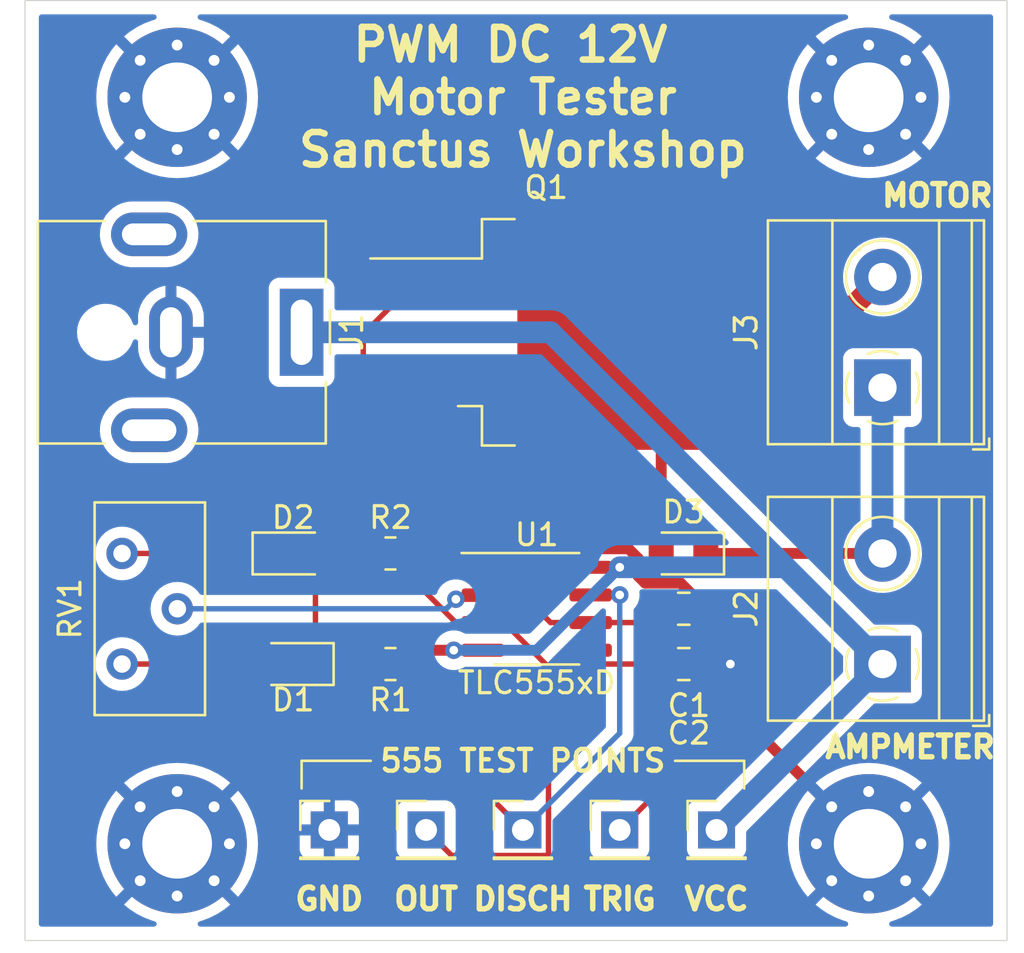
<source format=kicad_pcb>
(kicad_pcb (version 20211014) (generator pcbnew)
  (layers (0 "F.Cu" signal) (31 "B.Cu" signal) (34 "B.Paste" user) (35 "F.Paste" user) (36 "B.SilkS" user "B.Silkscreen") (37 "F.SilkS" user "F.Silkscreen") (38 "B.Mask" user) (39 "F.Mask" user) (44 "Edge.Cuts" user))
  (net 0 "")
  (net 1 "GND")
  (net 2 "/555_TRIGGER")
  (net 3 "Net-(C2-Pad1)")
  (net 4 "/555_DIS")
  (net 5 "Net-(D1-Pad2)")
  (net 6 "Net-(D2-Pad1)")
  (net 7 "Net-(D3-Pad1)")
  (net 8 "Net-(D3-Pad2)")
  (net 9 "VCC")
  (net 10 "Net-(Q1-Pad1)")
  (net 11 "/555_OUTPUT")
  (footprint "Capacitor_SMD:C_0805_2012Metric_Pad1.18x1.45mm_HandSolder" (layer "F.Cu") (at 147.0875 100.33)
    (fp_text reference "C1" (at 0.2325 4.445) (layer "F.SilkS"))
    (fp_text value "C")
    (fp_line (start -0.261252 -0.735) (end 0.261252 -0.735) (layer "F.SilkS") (width 0.12))
    (fp_line (start -0.261252 0.735) (end 0.261252 0.735) (layer "F.SilkS") (width 0.12))
    (pad "1" smd roundrect locked (at -1.0375 0) (size 1.175 1.45) (layers "F.Cu" "F.Paste" "F.Mask") (roundrect_rratio 0.212766) (net 2 "/555_TRIGGER"))
    (pad "2" smd roundrect locked (at 1.0375 0) (size 1.175 1.45) (layers "F.Cu" "F.Paste" "F.Mask") (roundrect_rratio 0.212766) (net 1 "GND"))
  )
  (footprint "Capacitor_SMD:C_0805_2012Metric_Pad1.18x1.45mm_HandSolder" (layer "F.Cu") (at 147.0875 102.87)
    (fp_text reference "C2" (at 0.2325 3.175) (layer "F.SilkS"))
    (fp_text value "C")
    (fp_line (start -0.261252 -0.735) (end 0.261252 -0.735) (layer "F.SilkS") (width 0.12))
    (fp_line (start -0.261252 0.735) (end 0.261252 0.735) (layer "F.SilkS") (width 0.12))
    (pad "1" smd roundrect locked (at -1.0375 0) (size 1.175 1.45) (layers "F.Cu" "F.Paste" "F.Mask") (roundrect_rratio 0.212766) (net 3 "Net-(C2-Pad1)"))
    (pad "2" smd roundrect locked (at 1.0375 0) (size 1.175 1.45) (layers "F.Cu" "F.Paste" "F.Mask") (roundrect_rratio 0.212766) (net 1 "GND"))
  )
  (footprint "Diode_SMD:D_0805_2012Metric_Pad1.15x1.40mm_HandSolder" (layer "F.Cu") (at 129.15 102.87 180)
    (fp_text reference "D1" (at 0 -1.65) (layer "F.SilkS"))
    (fp_text value "D")
    (fp_line (start -1.86 -0.96) (end -1.86 0.96) (layer "F.SilkS") (width 0.12))
    (fp_line (start 1 -0.96) (end -1.86 -0.96) (layer "F.SilkS") (width 0.12))
    (fp_line (start -1.86 0.96) (end 1 0.96) (layer "F.SilkS") (width 0.12))
    (pad "1" smd roundrect locked (at -1.025 0 180) (size 1.15 1.4) (layers "F.Cu" "F.Paste" "F.Mask") (roundrect_rratio 0.217391) (net 4 "/555_DIS"))
    (pad "2" smd roundrect locked (at 1.025 0 180) (size 1.15 1.4) (layers "F.Cu" "F.Paste" "F.Mask") (roundrect_rratio 0.217391) (net 5 "Net-(D1-Pad2)"))
  )
  (footprint "MountingHole:MountingHole_3.2mm_M3_Pad_Via" (layer "F.Cu") (at 123.825 111.125)
    (fp_text reference "H1" hide)
    (fp_text value "MountingHole_Pad")
    (pad "1" thru_hole circle locked (at 0 2.4) (size 0.8 0.8) (drill 0.5) (layers *.Cu *.Mask) (net 1 "GND"))
    (pad "1" thru_hole circle locked (at -2.4 0) (size 0.8 0.8) (drill 0.5) (layers *.Cu *.Mask) (net 1 "GND"))
    (pad "1" thru_hole circle locked (at -1.697056 1.697056) (size 0.8 0.8) (drill 0.5) (layers *.Cu *.Mask) (net 1 "GND"))
    (pad "1" thru_hole circle locked (at -1.697056 -1.697056) (size 0.8 0.8) (drill 0.5) (layers *.Cu *.Mask) (net 1 "GND"))
    (pad "1" thru_hole circle locked (at 0 0) (size 6.4 6.4) (drill 3.2) (layers *.Cu *.Mask) (net 1 "GND"))
    (pad "1" thru_hole circle locked (at 1.697056 1.697056) (size 0.8 0.8) (drill 0.5) (layers *.Cu *.Mask) (net 1 "GND"))
    (pad "1" thru_hole circle locked (at 2.4 0) (size 0.8 0.8) (drill 0.5) (layers *.Cu *.Mask) (net 1 "GND"))
    (pad "1" thru_hole circle locked (at 0 -2.4) (size 0.8 0.8) (drill 0.5) (layers *.Cu *.Mask) (net 1 "GND"))
    (pad "1" thru_hole circle locked (at 1.697056 -1.697056) (size 0.8 0.8) (drill 0.5) (layers *.Cu *.Mask) (net 1 "GND"))
  )
  (footprint "MountingHole:MountingHole_3.2mm_M3_Pad_Via" (layer "F.Cu") (at 155.575 111.125)
    (fp_text reference "H2" hide)
    (fp_text value "MountingHole_Pad")
    (pad "1" thru_hole circle locked (at -1.697056 1.697056) (size 0.8 0.8) (drill 0.5) (layers *.Cu *.Mask) (net 1 "GND"))
    (pad "1" thru_hole circle locked (at -1.697056 -1.697056) (size 0.8 0.8) (drill 0.5) (layers *.Cu *.Mask) (net 1 "GND"))
    (pad "1" thru_hole circle locked (at 0 0) (size 6.4 6.4) (drill 3.2) (layers *.Cu *.Mask) (net 1 "GND"))
    (pad "1" thru_hole circle locked (at 0 2.4) (size 0.8 0.8) (drill 0.5) (layers *.Cu *.Mask) (net 1 "GND"))
    (pad "1" thru_hole circle locked (at -2.4 0) (size 0.8 0.8) (drill 0.5) (layers *.Cu *.Mask) (net 1 "GND"))
    (pad "1" thru_hole circle locked (at 1.697056 -1.697056) (size 0.8 0.8) (drill 0.5) (layers *.Cu *.Mask) (net 1 "GND"))
    (pad "1" thru_hole circle locked (at 1.697056 1.697056) (size 0.8 0.8) (drill 0.5) (layers *.Cu *.Mask) (net 1 "GND"))
    (pad "1" thru_hole circle locked (at 0 -2.4) (size 0.8 0.8) (drill 0.5) (layers *.Cu *.Mask) (net 1 "GND"))
    (pad "1" thru_hole circle locked (at 2.4 0) (size 0.8 0.8) (drill 0.5) (layers *.Cu *.Mask) (net 1 "GND"))
  )
  (footprint "MountingHole:MountingHole_3.2mm_M3_Pad_Via" (layer "F.Cu") (at 123.825 76.835)
    (fp_text reference "H3" hide)
    (fp_text value "MountingHole_Pad")
    (pad "1" thru_hole circle locked (at 0 -2.4) (size 0.8 0.8) (drill 0.5) (layers *.Cu *.Mask) (net 1 "GND"))
    (pad "1" thru_hole circle locked (at 2.4 0) (size 0.8 0.8) (drill 0.5) (layers *.Cu *.Mask) (net 1 "GND"))
    (pad "1" thru_hole circle locked (at 1.697056 -1.697056) (size 0.8 0.8) (drill 0.5) (layers *.Cu *.Mask) (net 1 "GND"))
    (pad "1" thru_hole circle locked (at -2.4 0) (size 0.8 0.8) (drill 0.5) (layers *.Cu *.Mask) (net 1 "GND"))
    (pad "1" thru_hole circle locked (at 0 0) (size 6.4 6.4) (drill 3.2) (layers *.Cu *.Mask) (net 1 "GND"))
    (pad "1" thru_hole circle locked (at 0 2.4) (size 0.8 0.8) (drill 0.5) (layers *.Cu *.Mask) (net 1 "GND"))
    (pad "1" thru_hole circle locked (at 1.697056 1.697056) (size 0.8 0.8) (drill 0.5) (layers *.Cu *.Mask) (net 1 "GND"))
    (pad "1" thru_hole circle locked (at -1.697056 1.697056) (size 0.8 0.8) (drill 0.5) (layers *.Cu *.Mask) (net 1 "GND"))
    (pad "1" thru_hole circle locked (at -1.697056 -1.697056) (size 0.8 0.8) (drill 0.5) (layers *.Cu *.Mask) (net 1 "GND"))
  )
  (footprint "Connector_BarrelJack:BarrelJack_CUI_PJ-063AH_Horizontal" (layer "F.Cu") (at 129.54 87.63 -90)
    (fp_text reference "J1" (at 0 -2.3 90) (layer "F.SilkS"))
    (fp_text value "Barrel_Jack")
    (fp_line (start 5.11 12.11) (end -5.11 12.11) (layer "F.SilkS") (width 0.12))
    (fp_line (start 5.11 9.05) (end 5.11 12.11) (layer "F.SilkS") (width 0.12))
    (fp_line (start 2.3 -1.11) (end 5.11 -1.11) (layer "F.SilkS") (width 0.12))
    (fp_line (start -5.11 4.95) (end -5.11 -1.11) (layer "F.SilkS") (width 0.12))
    (fp_line (start -5.11 -1.11) (end -2.3 -1.11) (layer "F.SilkS") (width 0.12))
    (fp_line (start -1 -1.3) (end 1 -1.3) (layer "F.SilkS") (width 0.12))
    (fp_line (start -5.11 12.11) (end -5.11 9.05) (layer "F.SilkS") (width 0.12))
    (fp_line (start 5.11 -1.11) (end 5.11 4.95) (layer "F.SilkS") (width 0.12))
    (pad "" np_thru_hole circle locked (at 0 9 270) (size 1.6 1.6) (drill 1.6) (layers *.Cu *.Mask))
    (pad "1" thru_hole rect locked (at 0 0 270) (size 4 2) (drill oval 3 1) (layers *.Cu *.Mask) (net 9 "VCC"))
    (pad "2" thru_hole oval locked (at 0 6 270) (size 3.3 2) (drill oval 2.3 1) (layers *.Cu *.Mask) (net 1 "GND"))
    (pad "MP" thru_hole oval locked (at -4.5 7 270) (size 2 3.5) (drill oval 1 2.5) (layers *.Cu *.Mask))
    (pad "MP" thru_hole oval locked (at 4.5 7 270) (size 2 3.5) (drill oval 1 2.5) (layers *.Cu *.Mask))
  )
  (footprint "Package_TO_SOT_SMD:TO-263-2" (layer "F.Cu") (at 140.77 87.63)
    (fp_text reference "Q1" (at 0 -6.65) (layer "F.SilkS"))
    (fp_text value "IRFS4115")
    (fp_line (start -2.95 3.39) (end -4.05 3.39) (layer "F.SilkS") (width 0.12))
    (fp_line (start -2.95 5.2) (end -2.95 3.39) (layer "F.SilkS") (width 0.12))
    (fp_line (start -2.95 -3.39) (end -8.075 -3.39) (layer "F.SilkS") (width 0.12))
    (fp_line (start -1.45 -5.2) (end -2.95 -5.2) (layer "F.SilkS") (width 0.12))
    (fp_line (start -2.95 -5.2) (end -2.95 -3.39) (layer "F.SilkS") (width 0.12))
    (fp_line (start -1.45 5.2) (end -2.95 5.2) (layer "F.SilkS") (width 0.12))
    (pad "1" smd rect locked (at -5.775 -2.54) (size 4.6 1.1) (layers "F.Cu" "F.Paste" "F.Mask") (net 10 "Net-(Q1-Pad1)"))
    (pad "2" smd rect locked (at 3.375 0) (size 9.4 10.8) (layers "F.Cu" "F.Mask") (net 8 "Net-(D3-Pad2)"))
    (pad "3" smd rect locked (at -5.775 2.54) (size 4.6 1.1) (layers "F.Cu" "F.Paste" "F.Mask") (net 1 "GND"))
  )
  (footprint "Resistor_SMD:R_0805_2012Metric_Pad1.20x1.40mm_HandSolder" (layer "F.Cu") (at 133.62 102.87 180)
    (fp_text reference "R1" (at 0 -1.65) (layer "F.SilkS"))
    (fp_text value "R")
    (fp_line (start -0.227064 -0.735) (end 0.227064 -0.735) (layer "F.SilkS") (width 0.12))
    (fp_line (start -0.227064 0.735) (end 0.227064 0.735) (layer "F.SilkS") (width 0.12))
    (pad "1" smd roundrect locked (at -1 0 180) (size 1.2 1.4) (layers "F.Cu" "F.Paste" "F.Mask") (roundrect_rratio 0.208333) (net 9 "VCC"))
    (pad "2" smd roundrect locked (at 1 0 180) (size 1.2 1.4) (layers "F.Cu" "F.Paste" "F.Mask") (roundrect_rratio 0.208333) (net 4 "/555_DIS"))
  )
  (footprint "Resistor_SMD:R_0805_2012Metric_Pad1.20x1.40mm_HandSolder" (layer "F.Cu") (at 133.62 97.79)
    (fp_text reference "R2" (at 0 -1.65) (layer "F.SilkS"))
    (fp_text value "R")
    (fp_line (start -0.227064 -0.735) (end 0.227064 -0.735) (layer "F.SilkS") (width 0.12))
    (fp_line (start -0.227064 0.735) (end 0.227064 0.735) (layer "F.SilkS") (width 0.12))
    (pad "1" smd roundrect locked (at -1 0) (size 1.2 1.4) (layers "F.Cu" "F.Paste" "F.Mask") (roundrect_rratio 0.208333) (net 10 "Net-(Q1-Pad1)"))
    (pad "2" smd roundrect locked (at 1 0) (size 1.2 1.4) (layers "F.Cu" "F.Paste" "F.Mask") (roundrect_rratio 0.208333) (net 11 "/555_OUTPUT"))
  )
  (footprint "Package_SO:SOIC-8_3.9x4.9mm_P1.27mm" (layer "F.Cu") (at 140.335 100.33)
    (fp_text reference "U1" (at 0 -3.4) (layer "F.SilkS"))
    (fp_text value "TLC555xD" (at 0 3.4) (layer "F.SilkS"))
    (fp_line (start 0 2.56) (end 1.95 2.56) (layer "F.SilkS") (width 0.12))
    (fp_line (start 0 2.56) (end -1.95 2.56) (layer "F.SilkS") (width 0.12))
    (fp_line (start 0 -2.56) (end -3.45 -2.56) (layer "F.SilkS") (width 0.12))
    (fp_line (start 0 -2.56) (end 1.95 -2.56) (layer "F.SilkS") (width 0.12))
    (pad "1" smd roundrect locked (at -2.475 -1.905) (size 1.95 0.6) (layers "F.Cu" "F.Paste" "F.Mask") (net 1 "GND"))
    (pad "2" smd roundrect locked (at -2.475 -0.635) (size 1.95 0.6) (layers "F.Cu" "F.Paste" "F.Mask") (net 2 "/555_TRIGGER"))
    (pad "3" smd roundrect locked (at -2.475 0.635) (size 1.95 0.6) (layers "F.Cu" "F.Paste" "F.Mask") (net 11 "/555_OUTPUT"))
    (pad "4" smd roundrect locked (at -2.475 1.905) (size 1.95 0.6) (layers "F.Cu" "F.Paste" "F.Mask") (net 9 "VCC"))
    (pad "5" smd roundrect locked (at 2.475 1.905) (size 1.95 0.6) (layers "F.Cu" "F.Paste" "F.Mask") (net 3 "Net-(C2-Pad1)"))
    (pad "6" smd roundrect locked (at 2.475 0.635) (size 1.95 0.6) (layers "F.Cu" "F.Paste" "F.Mask") (net 2 "/555_TRIGGER"))
    (pad "7" smd roundrect locked (at 2.475 -0.635) (size 1.95 0.6) (layers "F.Cu" "F.Paste" "F.Mask") (net 4 "/555_DIS"))
    (pad "8" smd roundrect locked (at 2.475 -1.905) (size 1.95 0.6) (layers "F.Cu" "F.Paste" "F.Mask") (net 9 "VCC"))
  )
  (footprint "Connector_PinHeader_2.54mm:PinHeader_1x01_P2.54mm_Vertical" (layer "F.Cu") (at 135.255 110.49)
    (fp_text reference "TP2" hide)
    (fp_text value "555_OUTPUT")
    (fp_line (start -1.33 1.27) (end 1.33 1.27) (layer "F.SilkS") (width 0.12))
    (fp_line (start 1.33 1.27) (end 1.33 1.33) (layer "F.SilkS") (width 0.12))
    (fp_line (start -1.33 1.27) (end -1.33 1.33) (layer "F.SilkS") (width 0.12))
    (fp_line (start -1.33 0) (end -1.33 -1.33) (layer "F.SilkS") (width 0.12))
    (fp_line (start -1.33 1.33) (end 1.33 1.33) (layer "F.SilkS") (width 0.12))
    (fp_line (start -1.33 -1.33) (end 0 -1.33) (layer "F.SilkS") (width 0.12))
    (pad "1" thru_hole rect locked (at 0 0) (size 1.7 1.7) (drill 1) (layers *.Cu *.Mask) (net 11 "/555_OUTPUT"))
  )
  (footprint "Connector_PinHeader_2.54mm:PinHeader_1x01_P2.54mm_Vertical" (layer "F.Cu") (at 130.81 110.49)
    (fp_text reference "TP1" hide)
    (fp_text value "GND")
    (fp_line (start -1.33 0) (end -1.33 -1.33) (layer "F.SilkS") (width 0.12))
    (fp_line (start -1.33 1.27) (end -1.33 1.33) (layer "F.SilkS") (width 0.12))
    (fp_line (start -1.33 1.27) (end 1.33 1.27) (layer "F.SilkS") (width 0.12))
    (fp_line (start 1.33 1.27) (end 1.33 1.33) (layer "F.SilkS") (width 0.12))
    (fp_line (start -1.33 1.33) (end 1.33 1.33) (layer "F.SilkS") (width 0.12))
    (fp_line (start -1.33 -1.33) (end 0 -1.33) (layer "F.SilkS") (width 0.12))
    (pad "1" thru_hole rect locked (at 0 0) (size 1.7 1.7) (drill 1) (layers *.Cu *.Mask) (net 1 "GND"))
  )
  (footprint "TerminalBlock_Phoenix:TerminalBlock_Phoenix_MKDS-1,5-2-5.08_1x02_P5.08mm_Horizontal" (layer "F.Cu") (at 156.21 90.17 90)
    (fp_text reference "J3" (at 2.54 -6.26 90) (layer "F.SilkS"))
    (fp_text value "MOTOR")
    (fp_line (start -2.84 4.9) (end -2.34 4.9) (layer "F.SilkS") (width 0.12))
    (fp_line (start -2.6 4.1) (end 7.68 4.1) (layer "F.SilkS") (width 0.12))
    (fp_line (start 6.15 -1.275) (end 6.115 -1.239) (layer "F.SilkS") (width 0.12))
    (fp_line (start 6.355 -1.069) (end 6.308 -1.023) (layer "F.SilkS") (width 0.12))
    (fp_line (start 7.68 -5.261) (end 7.68 4.66) (layer "F.SilkS") (width 0.12))
    (fp_line (start -2.6 -2.301) (end 7.68 -2.301) (layer "F.SilkS") (width 0.12))
    (fp_line (start -2.6 4.66) (end 7.68 4.66) (layer "F.SilkS") (width 0.12))
    (fp_line (start -2.6 -5.261) (end -2.6 4.66) (layer "F.SilkS") (width 0.12))
    (fp_line (start -2.6 -5.261) (end 7.68 -5.261) (layer "F.SilkS") (width 0.12))
    (fp_line (start -2.6 2.6) (end 7.68 2.6) (layer "F.SilkS") (width 0.12))
    (fp_line (start 4.046 1.239) (end 4.011 1.274) (layer "F.SilkS") (width 0.12))
    (fp_line (start -2.84 4.16) (end -2.84 4.9) (layer "F.SilkS") (width 0.12))
    (fp_line (start 3.853 1.023) (end 3.806 1.069) (layer "F.SilkS") (width 0.12))
    (fp_arc (start 0.683318 1.534756) (mid 0.349292 1.643288) (end 0 1.68) (layer "F.SilkS") (width 0.12))
    (fp_arc (start -0.683042 -1.535427) (mid 0.000524 -1.680501) (end 0.684 -1.535) (layer "F.SilkS") (width 0.12))
    (fp_arc (start -1.535427 0.683042) (mid -1.680501 -0.000524) (end -1.535 -0.684) (layer "F.SilkS") (width 0.12))
    (fp_arc (start 0.028805 1.680253) (mid -0.335551 1.646659) (end -0.684 1.535) (layer "F.SilkS") (width 0.12))
    (fp_arc (start 1.535427 -0.683042) (mid 1.680501 0.000524) (end 1.535 0.684) (layer "F.SilkS") (width 0.12))
    (fp_circle (center 5.08 0) (end 6.76 0) (layer "F.SilkS") (width 0.12) (fill none))
    (pad "1" thru_hole rect locked (at 0 0 90) (size 2.6 2.6) (drill 1.3) (layers *.Cu *.Mask) (net 7 "Net-(D3-Pad1)"))
    (pad "2" thru_hole circle locked (at 5.08 0 90) (size 2.6 2.6) (drill 1.3) (layers *.Cu *.Mask) (net 8 "Net-(D3-Pad2)"))
  )
  (footprint "TerminalBlock_Phoenix:TerminalBlock_Phoenix_MKDS-1,5-2-5.08_1x02_P5.08mm_Horizontal" (layer "F.Cu") (at 156.21 102.87 90)
    (fp_text reference "J2" (at 2.54 -6.26 90) (layer "F.SilkS"))
    (fp_text value "AMPMETER")
    (fp_line (start 4.046 1.239) (end 4.011 1.274) (layer "F.SilkS") (width 0.12))
    (fp_line (start -2.6 -5.261) (end -2.6 4.66) (layer "F.SilkS") (width 0.12))
    (fp_line (start -2.84 4.16) (end -2.84 4.9) (layer "F.SilkS") (width 0.12))
    (fp_line (start -2.6 4.66) (end 7.68 4.66) (layer "F.SilkS") (width 0.12))
    (fp_line (start 7.68 -5.261) (end 7.68 4.66) (layer "F.SilkS") (width 0.12))
    (fp_line (start -2.6 2.6) (end 7.68 2.6) (layer "F.SilkS") (width 0.12))
    (fp_line (start -2.6 -5.261) (end 7.68 -5.261) (layer "F.SilkS") (width 0.12))
    (fp_line (start -2.84 4.9) (end -2.34 4.9) (layer "F.SilkS") (width 0.12))
    (fp_line (start 6.355 -1.069) (end 6.308 -1.023) (layer "F.SilkS") (width 0.12))
    (fp_line (start -2.6 -2.301) (end 7.68 -2.301) (layer "F.SilkS") (width 0.12))
    (fp_line (start -2.6 4.1) (end 7.68 4.1) (layer "F.SilkS") (width 0.12))
    (fp_line (start 6.15 -1.275) (end 6.115 -1.239) (layer "F.SilkS") (width 0.12))
    (fp_line (start 3.853 1.023) (end 3.806 1.069) (layer "F.SilkS") (width 0.12))
    (fp_arc (start 0.028805 1.680253) (mid -0.335551 1.646659) (end -0.684 1.535) (layer "F.SilkS") (width 0.12))
    (fp_arc (start -0.683042 -1.535427) (mid 0.000524 -1.680501) (end 0.684 -1.535) (layer "F.SilkS") (width 0.12))
    (fp_arc (start 1.535427 -0.683042) (mid 1.680501 0.000524) (end 1.535 0.684) (layer "F.SilkS") (width 0.12))
    (fp_arc (start -1.535427 0.683042) (mid -1.680501 -0.000524) (end -1.535 -0.684) (layer "F.SilkS") (width 0.12))
    (fp_arc (start 0.683318 1.534756) (mid 0.349292 1.643288) (end 0 1.68) (layer "F.SilkS") (width 0.12))
    (fp_circle (center 5.08 0) (end 6.76 0) (layer "F.SilkS") (width 0.12) (fill none))
    (pad "1" thru_hole rect locked (at 0 0 90) (size 2.6 2.6) (drill 1.3) (layers *.Cu *.Mask) (net 9 "VCC"))
    (pad "2" thru_hole circle locked (at 5.08 0 90) (size 2.6 2.6) (drill 1.3) (layers *.Cu *.Mask) (net 7 "Net-(D3-Pad1)"))
  )
  (footprint "Diode_SMD:D_0805_2012Metric_Pad1.15x1.40mm_HandSolder" (layer "F.Cu") (at 129.15 97.79)
    (fp_text reference "D2" (at 0 -1.65) (layer "F.SilkS"))
    (fp_text value "D")
    (fp_line (start -1.86 0.96) (end 1 0.96) (layer "F.SilkS") (width 0.12))
    (fp_line (start -1.86 -0.96) (end -1.86 0.96) (layer "F.SilkS") (width 0.12))
    (fp_line (start 1 -0.96) (end -1.86 -0.96) (layer "F.SilkS") (width 0.12))
    (pad "1" smd roundrect locked (at -1.025 0) (size 1.15 1.4) (layers "F.Cu" "F.Paste" "F.Mask") (roundrect_rratio 0.217391) (net 6 "Net-(D2-Pad1)"))
    (pad "2" smd roundrect locked (at 1.025 0) (size 1.15 1.4) (layers "F.Cu" "F.Paste" "F.Mask") (roundrect_rratio 0.217391) (net 4 "/555_DIS"))
  )
  (footprint "MountingHole:MountingHole_3.2mm_M3_Pad_Via" (layer "F.Cu") (at 155.575 76.835)
    (fp_text reference "H4" hide)
    (fp_text value "MountingHole_Pad")
    (pad "1" thru_hole circle locked (at 1.697056 1.697056) (size 0.8 0.8) (drill 0.5) (layers *.Cu *.Mask) (net 1 "GND"))
    (pad "1" thru_hole circle locked (at 0 0) (size 6.4 6.4) (drill 3.2) (layers *.Cu *.Mask) (net 1 "GND"))
    (pad "1" thru_hole circle locked (at -1.697056 1.697056) (size 0.8 0.8) (drill 0.5) (layers *.Cu *.Mask) (net 1 "GND"))
    (pad "1" thru_hole circle locked (at 0 -2.4) (size 0.8 0.8) (drill 0.5) (layers *.Cu *.Mask) (net 1 "GND"))
    (pad "1" thru_hole circle locked (at -1.697056 -1.697056) (size 0.8 0.8) (drill 0.5) (layers *.Cu *.Mask) (net 1 "GND"))
    (pad "1" thru_hole circle locked (at -2.4 0) (size 0.8 0.8) (drill 0.5) (layers *.Cu *.Mask) (net 1 "GND"))
    (pad "1" thru_hole circle locked (at 2.4 0) (size 0.8 0.8) (drill 0.5) (layers *.Cu *.Mask) (net 1 "GND"))
    (pad "1" thru_hole circle locked (at 0 2.4) (size 0.8 0.8) (drill 0.5) (layers *.Cu *.Mask) (net 1 "GND"))
    (pad "1" thru_hole circle locked (at 1.697056 -1.697056) (size 0.8 0.8) (drill 0.5) (layers *.Cu *.Mask) (net 1 "GND"))
  )
  (footprint "Connector_PinHeader_2.54mm:PinHeader_1x01_P2.54mm_Vertical" (layer "F.Cu") (at 144.145 110.49)
    (fp_text reference "TP4" hide)
    (fp_text value "555_TRIGGER")
    (fp_line (start -1.33 0) (end -1.33 -1.33) (layer "F.SilkS") (width 0.12))
    (fp_line (start -1.33 -1.33) (end 0 -1.33) (layer "F.SilkS") (width 0.12))
    (fp_line (start -1.33 1.27) (end -1.33 1.33) (layer "F.SilkS") (width 0.12))
    (fp_line (start -1.33 1.33) (end 1.33 1.33) (layer "F.SilkS") (width 0.12))
    (fp_line (start -1.33 1.27) (end 1.33 1.27) (layer "F.SilkS") (width 0.12))
    (fp_line (start 1.33 1.27) (end 1.33 1.33) (layer "F.SilkS") (width 0.12))
    (pad "1" thru_hole rect locked (at 0 0) (size 1.7 1.7) (drill 1) (layers *.Cu *.Mask) (net 2 "/555_TRIGGER"))
  )
  (footprint "Connector_PinHeader_2.54mm:PinHeader_1x01_P2.54mm_Vertical" (layer "F.Cu") (at 139.7 110.49)
    (fp_text reference "TP3" hide)
    (fp_text value "555_DIS")
    (fp_line (start -1.33 1.27) (end -1.33 1.33) (layer "F.SilkS") (width 0.12))
    (fp_line (start -1.33 1.27) (end 1.33 1.27) (layer "F.SilkS") (width 0.12))
    (fp_line (start -1.33 1.33) (end 1.33 1.33) (layer "F.SilkS") (width 0.12))
    (fp_line (start -1.33 -1.33) (end 0 -1.33) (layer "F.SilkS") (width 0.12))
    (fp_line (start 1.33 1.27) (end 1.33 1.33) (layer "F.SilkS") (width 0.12))
    (fp_line (start -1.33 0) (end -1.33 -1.33) (layer "F.SilkS") (width 0.12))
    (pad "1" thru_hole rect locked (at 0 0) (size 1.7 1.7) (drill 1) (layers *.Cu *.Mask) (net 4 "/555_DIS"))
  )
  (footprint "Connector_PinHeader_2.54mm:PinHeader_1x01_P2.54mm_Vertical" (layer "F.Cu") (at 148.59 110.49)
    (fp_text reference "TP5" hide)
    (fp_text value "VCC")
    (fp_line (start -1.33 -1.33) (end 0 -1.33) (layer "F.SilkS") (width 0.12))
    (fp_line (start 1.33 1.27) (end 1.33 1.33) (layer "F.SilkS") (width 0.12))
    (fp_line (start -1.33 0) (end -1.33 -1.33) (layer "F.SilkS") (width 0.12))
    (fp_line (start -1.33 1.33) (end 1.33 1.33) (layer "F.SilkS") (width 0.12))
    (fp_line (start -1.33 1.27) (end -1.33 1.33) (layer "F.SilkS") (width 0.12))
    (fp_line (start -1.33 1.27) (end 1.33 1.27) (layer "F.SilkS") (width 0.12))
    (pad "1" thru_hole rect locked (at 0 0) (size 1.7 1.7) (drill 1) (layers *.Cu *.Mask) (net 9 "VCC"))
  )
  (footprint "Diode_SMD:D_0805_2012Metric_Pad1.15x1.40mm_HandSolder" (layer "F.Cu") (at 147.075 97.79 180)
    (fp_text reference "D3" (at 0 1.905) (layer "F.SilkS"))
    (fp_text value "D")
    (fp_line (start -1.86 0.96) (end 1 0.96) (layer "F.SilkS") (width 0.12))
    (fp_line (start -1.86 -0.96) (end -1.86 0.96) (layer "F.SilkS") (width 0.12))
    (fp_line (start 1 -0.96) (end -1.86 -0.96) (layer "F.SilkS") (width 0.12))
    (pad "1" smd roundrect locked (at -1.025 0 180) (size 1.15 1.4) (layers "F.Cu" "F.Paste" "F.Mask") (roundrect_rratio 0.217391) (net 7 "Net-(D3-Pad1)"))
    (pad "2" smd roundrect locked (at 1.025 0 180) (size 1.15 1.4) (layers "F.Cu" "F.Paste" "F.Mask") (roundrect_rratio 0.217391) (net 8 "Net-(D3-Pad2)"))
  )
  (footprint "Potentiometer_THT:Potentiometer_Bourns_3296Y_Vertical" (layer "F.Cu") (at 121.295747 97.79 90)
    (fp_text reference "RV1" (at -2.54 -2.39 90) (layer "F.SilkS"))
    (fp_text value "R_Potentiometer")
    (fp_line (start -7.425 -1.26) (end 2.345 -1.26) (layer "F.SilkS") (width 0.12))
    (fp_line (start -7.425 3.81) (end 2.345 3.81) (layer "F.SilkS") (width 0.12))
    (fp_line (start -7.425 -1.26) (end -7.425 3.81) (layer "F.SilkS") (width 0.12))
    (fp_line (start 2.345 -1.26) (end 2.345 3.81) (layer "F.SilkS") (width 0.12))
    (pad "1" thru_hole circle locked (at 0 0 90) (size 1.44 1.44) (drill 0.8) (layers *.Cu *.Mask) (net 6 "Net-(D2-Pad1)"))
    (pad "2" thru_hole circle locked (at -2.54 2.54 90) (size 1.44 1.44) (drill 0.8) (layers *.Cu *.Mask) (net 2 "/555_TRIGGER"))
    (pad "3" thru_hole circle locked (at -5.08 0 90) (size 1.44 1.44) (drill 0.8) (layers *.Cu *.Mask) (net 5 "Net-(D1-Pad2)"))
  )
  (gr_line (start 132.715 107.315) (end 129.54 107.315) (layer "F.SilkS") (width 0.12))
  (gr_line (start 129.54 107.315) (end 129.54 108.585) (layer "F.SilkS") (width 0.12))
  (gr_line (start 146.685 107.315) (end 149.86 107.315) (layer "F.SilkS") (width 0.12))
  (gr_line (start 149.86 107.315) (end 149.86 108.585) (layer "F.SilkS") (width 0.12))
  (gr_line (start 116.84 115.57) (end 116.84 72.39) (layer "Edge.Cuts") (width 0.05))
  (gr_line (start 161.925 115.57) (end 116.84 115.57) (layer "Edge.Cuts") (width 0.05))
  (gr_line (start 161.925 72.39) (end 161.925 115.57) (layer "Edge.Cuts") (width 0.05))
  (gr_line (start 116.84 72.39) (end 161.925 72.39) (layer "Edge.Cuts") (width 0.05))
  (gr_text "VCC" (at 148.59 113.665) (layer "F.SilkS") (effects (font (size 1 1) (thickness 0.25))))
  (gr_text "OUT" (at 135.255 113.665) (layer "F.SilkS") (effects (font (size 1 1) (thickness 0.25))))
  (gr_text "DISCH" (at 139.7 113.665) (layer "F.SilkS") (effects (font (size 1 1) (thickness 0.25))))
  (gr_text "TRIG" (at 144.145 113.665) (layer "F.SilkS") (effects (font (size 1 1) (thickness 0.25))))
  (gr_text "555 TEST POINTS" (at 139.7 107.315) (layer "F.SilkS") (effects (font (size 1 1) (thickness 0.2))))
  (gr_text "MOTOR" (at 158.72883 81.346933) (layer "F.SilkS") (effects (font (size 1 1) (thickness 0.25))))
  (gr_text "AMPMETER" (at 157.48 106.68) (layer "F.SilkS") (effects (font (size 1 1) (thickness 0.25))))
  (gr_text "PWM DC 12V \nMotor Tester\nSanctus Workshop" (at 139.7 76.835) (layer "F.SilkS") (effects (font (size 1.5 1.5) (thickness 0.3))))
  (gr_text "GND" (at 130.81 113.665) (layer "F.SilkS") (effects (font (size 1 1) (thickness 0.25))))
  (segment (start 149.225 102.87) (end 149.225 104.775) (width 0.5) (layer "F.Cu") (net 1))
  (segment (start 149.225 104.775) (end 155.575 111.125) (width 0.5) (layer "F.Cu") (net 1))
  (segment (start 138.710001 97.574999) (end 137.86 98.425) (width 0.5) (layer "F.Cu") (net 1))
  (segment (start 144.995001 98.016999) (end 144.553001 97.574999) (width 0.5) (layer "F.Cu") (net 1))
  (segment (start 148.125 100.33) (end 148.125 102.87) (width 0.5) (layer "F.Cu") (net 1))
  (segment (start 148.125 102.87) (end 149.225 102.87) (width 0.5) (layer "F.Cu") (net 1))
  (segment (start 137.86 93.035) (end 134.995 90.17) (width 0.5) (layer "F.Cu") (net 1))
  (segment (start 146.94999 99.15499) (end 145.31699 99.15499) (width 0.5) (layer "F.Cu") (net 1))
  (segment (start 144.995001 98.833001) (end 144.995001 98.016999) (width 0.5) (layer "F.Cu") (net 1))
  (segment (start 145.31699 99.15499) (end 144.995001 98.833001) (width 0.5) (layer "F.Cu") (net 1))
  (segment (start 144.553001 97.574999) (end 138.710001 97.574999) (width 0.5) (layer "F.Cu") (net 1))
  (segment (start 137.86 98.425) (end 137.86 93.035) (width 0.5) (layer "F.Cu") (net 1))
  (segment (start 148.125 100.33) (end 146.94999 99.15499) (width 0.5) (layer "F.Cu") (net 1))
  (via (at 149.225 102.87) (size 0.8) (drill 0.4) (layers "F.Cu" "B.Cu") (net 1))
  (segment (start 137.86 99.695) (end 139.7 99.695) (width 0.25) (layer "F.Cu") (net 2))
  (segment (start 136.622658 99.892648) (end 137.662352 99.892648) (width 0.25) (layer "F.Cu") (net 2))
  (segment (start 137.662352 99.892648) (end 137.86 99.695) (width 0.25) (layer "F.Cu") (net 2))
  (segment (start 146.96251 101.24251) (end 146.96251 107.67249) (width 0.25) (layer "F.Cu") (net 2))
  (segment (start 146.05 100.33) (end 146.96251 101.24251) (width 0.25) (layer "F.Cu") (net 2))
  (segment (start 140.97 100.965) (end 142.81 100.965) (width 0.25) (layer "F.Cu") (net 2))
  (segment (start 145.415 100.965) (end 146.05 100.33) (width 0.25) (layer "F.Cu") (net 2))
  (segment (start 142.81 100.965) (end 145.415 100.965) (width 0.25) (layer "F.Cu") (net 2))
  (segment (start 146.96251 107.67249) (end 144.145 110.49) (width 0.25) (layer "F.Cu") (net 2))
  (segment (start 139.7 99.695) (end 140.97 100.965) (width 0.25) (layer "F.Cu") (net 2))
  (via (at 136.622658 99.892648) (size 0.8) (drill 0.4) (layers "F.Cu" "B.Cu") (net 2))
  (segment (start 136.185306 100.33) (end 123.835747 100.33) (width 0.25) (layer "B.Cu") (net 2))
  (segment (start 136.622658 99.892648) (end 136.185306 100.33) (width 0.25) (layer "B.Cu") (net 2))
  (segment (start 143.445 102.87) (end 142.81 102.235) (width 0.25) (layer "F.Cu") (net 3))
  (segment (start 146.05 102.87) (end 143.445 102.87) (width 0.25) (layer "F.Cu") (net 3))
  (segment (start 130.175 102.87) (end 132.62 102.87) (width 0.25) (layer "F.Cu") (net 4))
  (segment (start 132.62 102.87) (end 132.62 103.41) (width 0.25) (layer "F.Cu") (net 4))
  (segment (start 132.62 103.41) (end 139.7 110.49) (width 0.25) (layer "F.Cu") (net 4))
  (segment (start 142.81 99.695) (end 144.145 99.695) (width 0.25) (layer "F.Cu") (net 4))
  (segment (start 130.175 97.79) (end 130.175 102.87) (width 0.25) (layer "F.Cu") (net 4))
  (via (at 144.145 99.695) (size 0.8) (drill 0.4) (layers "F.Cu" "B.Cu") (net 4))
  (segment (start 144.145 106.045) (end 139.7 110.49) (width 0.25) (layer "B.Cu") (net 4))
  (segment (start 144.145 99.695) (end 144.145 106.045) (width 0.25) (layer "B.Cu") (net 4))
  (segment (start 128.125 102.87) (end 121.295747 102.87) (width 0.25) (layer "F.Cu") (net 5))
  (segment (start 128.125 97.79) (end 121.295747 97.79) (width 0.25) (layer "F.Cu") (net 6))
  (segment (start 156.21 97.79) (end 148.1 97.79) (width 0.5) (layer "F.Cu") (net 7))
  (segment (start 156.21 90.17) (end 156.21 97.79) (width 1) (layer "B.Cu") (net 7))
  (segment (start 156.21 85.09) (end 153.67 87.63) (width 1) (layer "F.Cu") (net 8))
  (segment (start 146.685 85.09) (end 144.145 87.63) (width 0.5) (layer "F.Cu") (net 8))
  (segment (start 146.05 97.79) (end 146.05 89.535) (width 0.5) (layer "F.Cu") (net 8))
  (segment (start 153.67 87.63) (end 144.145 87.63) (width 1) (layer "F.Cu") (net 8))
  (segment (start 146.05 89.535) (end 144.145 87.63) (width 0.5) (layer "F.Cu") (net 8))
  (segment (start 136.525 102.235) (end 137.86 102.235) (width 0.5) (layer "F.Cu") (net 9))
  (segment (start 135.255 102.235) (end 134.62 102.87) (width 0.5) (layer "F.Cu") (net 9))
  (segment (start 142.81 98.425) (end 144.145 98.425) (width 0.5) (layer "F.Cu") (net 9))
  (segment (start 136.525 102.235) (end 135.255 102.235) (width 0.5) (layer "F.Cu") (net 9))
  (via (at 136.525 102.235) (size 0.8) (drill 0.4) (layers "F.Cu" "B.Cu") (net 9))
  (via (at 144.145 98.425) (size 0.8) (drill 0.4) (layers "F.Cu" "B.Cu") (net 9))
  (segment (start 148.59 110.49) (end 156.21 102.87) (width 1) (layer "B.Cu") (net 9))
  (segment (start 156.21 102.87) (end 151.765 98.425) (width 1) (layer "B.Cu") (net 9))
  (segment (start 140.97 87.63) (end 156.21 102.87) (width 1) (layer "B.Cu") (net 9))
  (segment (start 129.54 87.63) (end 140.97 87.63) (width 1) (layer "B.Cu") (net 9))
  (segment (start 144.145 98.425) (end 140.335 102.235) (width 0.5) (layer "B.Cu") (net 9))
  (segment (start 140.335 102.235) (end 136.525 102.235) (width 0.5) (layer "B.Cu") (net 9))
  (segment (start 151.765 98.425) (end 144.145 98.425) (width 1) (layer "B.Cu") (net 9))
  (segment (start 132.62 97.79) (end 132.369999 97.539999) (width 0.25) (layer "F.Cu") (net 10))
  (segment (start 132.369999 97.539999) (end 132.369999 87.715001) (width 0.25) (layer "F.Cu") (net 10))
  (segment (start 132.369999 87.715001) (end 134.995 85.09) (width 0.25) (layer "F.Cu") (net 10))
  (segment (start 137.86 100.965) (end 138.835 100.965) (width 0.25) (layer "F.Cu") (net 11))
  (segment (start 140.875001 111.600001) (end 140.810001 111.665001) (width 0.25) (layer "F.Cu") (net 11))
  (segment (start 138.835 100.965) (end 140.875001 103.005001) (width 0.25) (layer "F.Cu") (net 11))
  (segment (start 136.430001 111.665001) (end 135.255 110.49) (width 0.25) (layer "F.Cu") (net 11))
  (segment (start 134.62 98.962992) (end 134.62 97.79) (width 0.25) (layer "F.Cu") (net 11))
  (segment (start 136.622008 100.965) (end 134.62 98.962992) (width 0.25) (layer "F.Cu") (net 11))
  (segment (start 140.875001 103.005001) (end 140.875001 111.600001) (width 0.25) (layer "F.Cu") (net 11))
  (segment (start 137.86 100.965) (end 136.622008 100.965) (width 0.25) (layer "F.Cu") (net 11))
  (segment (start 140.810001 111.665001) (end 136.430001 111.665001) (width 0.25) (layer "F.Cu") (net 11))
  (zone (net 1) (net_name "GND") (layer "B.Cu") (connect_pads (clearance 0.508)) (min_thickness 0.254) (fill yes (thermal_gap 0.508) (thermal_bridge_width 0.508))
    (polygon (pts (xy 161.29 114.935) (xy 117.475 114.935) (xy 117.475 73.025) (xy 161.29 73.025)))
  )
)
</source>
